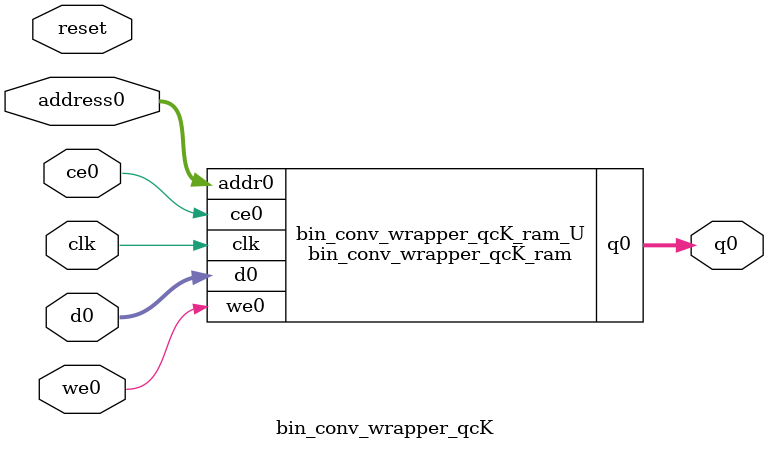
<source format=v>

`timescale 1 ns / 1 ps
module bin_conv_wrapper_qcK_ram (addr0, ce0, d0, we0, q0,  clk);

parameter DWIDTH = 64;
parameter AWIDTH = 6;
parameter MEM_SIZE = 64;

input[AWIDTH-1:0] addr0;
input ce0;
input[DWIDTH-1:0] d0;
input we0;
output reg[DWIDTH-1:0] q0;
input clk;

(* ram_style = "block" *)reg [DWIDTH-1:0] ram[0:MEM_SIZE-1];




always @(posedge clk)  
begin 
    if (ce0) 
    begin
        if (we0) 
        begin 
            ram[addr0] <= d0; 
            q0 <= d0;
        end 
        else 
            q0 <= ram[addr0];
    end
end


endmodule


`timescale 1 ns / 1 ps
module bin_conv_wrapper_qcK(
    reset,
    clk,
    address0,
    ce0,
    we0,
    d0,
    q0);

parameter DataWidth = 32'd64;
parameter AddressRange = 32'd64;
parameter AddressWidth = 32'd6;
input reset;
input clk;
input[AddressWidth - 1:0] address0;
input ce0;
input we0;
input[DataWidth - 1:0] d0;
output[DataWidth - 1:0] q0;



bin_conv_wrapper_qcK_ram bin_conv_wrapper_qcK_ram_U(
    .clk( clk ),
    .addr0( address0 ),
    .ce0( ce0 ),
    .we0( we0 ),
    .d0( d0 ),
    .q0( q0 ));

endmodule


</source>
